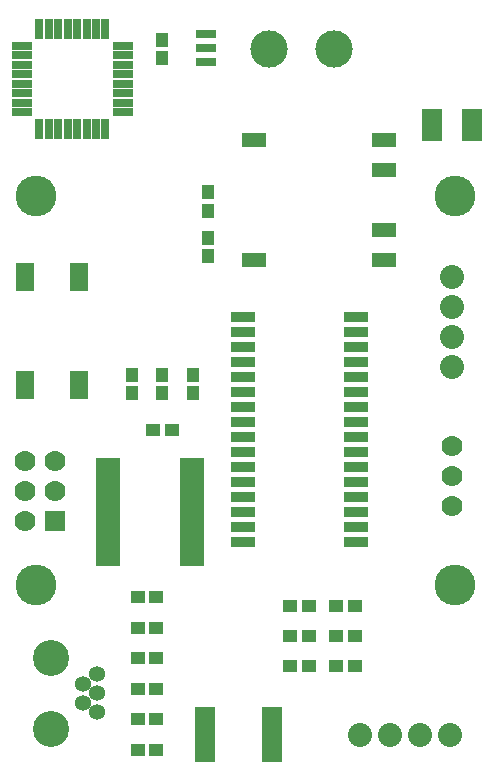
<source format=gts>
*
*
G04 PADS 9.3.1 Build Number: 456998 generated Gerber (RS-274-X) file*
G04 PC Version=2.1*
*
%IN "DriveFeedback.pcb"*%
*
%MOIN*%
*
%FSLAX35Y35*%
*
*
*
*
G04 PC Standard Apertures*
*
*
G04 Thermal Relief Aperture macro.*
%AMTER*
1,1,$1,0,0*
1,0,$1-$2,0,0*
21,0,$3,$4,0,0,45*
21,0,$3,$4,0,0,135*
%
*
*
G04 Annular Aperture macro.*
%AMANN*
1,1,$1,0,0*
1,0,$2,0,0*
%
*
*
G04 Odd Aperture macro.*
%AMODD*
1,1,$1,0,0*
1,0,$1-0.005,0,0*
%
*
*
G04 PC Custom Aperture Macros*
*
*
*
*
*
*
G04 PC Aperture Table*
*
%ADD010C,0.001*%
%ADD042R,0.048X0.04*%
%ADD048R,0.04X0.048*%
%ADD051C,0.07*%
%ADD053R,0.07X0.07*%
%ADD054R,0.06118X0.09268*%
%ADD059R,0.08087X0.02772*%
%ADD163R,0.06906X0.03165*%
%ADD164R,0.03165X0.06906*%
%ADD178C,0.05331*%
%ADD179C,0.12024*%
%ADD184C,0.12417*%
%ADD195R,0.06512X0.02575*%
%ADD196R,0.08087X0.04937*%
%ADD197R,0.07X0.11*%
%ADD198C,0.08*%
%ADD199C,0.13598*%
%ADD200R,0.08087X0.03362*%
%ADD201R,0.06709X0.02575*%
*
*
*
*
G04 PC Circuitry*
G04 Layer Name DriveFeedback.pcb - circuitry*
%LPD*%
*
*
G04 PC Custom Flashes*
G04 Layer Name DriveFeedback.pcb - flashes*
%LPD*%
*
*
G04 PC Circuitry*
G04 Layer Name DriveFeedback.pcb - circuitry*
%LPD*%
*
G54D10*
G54D42*
G01X119950Y48189D03*
X113750D03*
X47687Y10157D03*
X53887D03*
Y20315D03*
X47687D03*
X58966Y116811D03*
X52766D03*
X119950Y38228D03*
X113750D03*
X98514Y48189D03*
X104714D03*
X98514Y38228D03*
X104714D03*
X53887Y50787D03*
X47687D03*
X53887Y40630D03*
X47687D03*
X53887Y30472D03*
X47687D03*
X53887Y60945D03*
X47687D03*
X113750Y57953D03*
X119950D03*
X98514D03*
X104714D03*
G54D48*
X55866Y246880D03*
Y240680D03*
X45709Y135147D03*
Y128947D03*
X55866Y135147D03*
Y128947D03*
X66024Y135147D03*
Y128947D03*
X71102Y189892D03*
Y196092D03*
Y174656D03*
Y180856D03*
G54D51*
X10157Y106339D03*
X20157D03*
X10157Y96339D03*
X20157D03*
X10157Y86339D03*
X152362Y91417D03*
Y101417D03*
Y111417D03*
G54D53*
X20157Y86339D03*
G54D54*
X27953Y131772D03*
Y167598D03*
X10157Y131772D03*
Y167598D03*
G54D59*
X65630Y72815D03*
Y75374D03*
Y77933D03*
Y80492D03*
Y83051D03*
Y85610D03*
Y88169D03*
Y90728D03*
Y93287D03*
Y95846D03*
Y98406D03*
Y100965D03*
Y103524D03*
Y106083D03*
X37677D03*
Y103524D03*
Y100965D03*
Y98406D03*
Y95846D03*
Y93287D03*
Y90728D03*
Y88169D03*
Y85610D03*
Y83051D03*
Y80492D03*
Y77933D03*
Y75374D03*
Y72815D03*
G54D163*
X42598Y222756D03*
Y225906D03*
Y229055D03*
Y232205D03*
Y235354D03*
Y238504D03*
Y241654D03*
Y244803D03*
X9134D03*
Y241654D03*
Y238504D03*
Y235354D03*
Y232205D03*
Y229055D03*
Y225906D03*
Y222756D03*
G54D164*
X36890Y250512D03*
X33740D03*
X30591D03*
X27441D03*
X24291D03*
X21142D03*
X17992D03*
X14843D03*
Y217047D03*
X17992D03*
X21142D03*
X24291D03*
X27441D03*
X30591D03*
X33740D03*
X36890D03*
G54D178*
X34016Y35276D03*
X29291Y32126D03*
X34016Y28976D03*
X29291Y25827D03*
X34016Y22677D03*
G54D179*
X18858Y17165D03*
Y40787D03*
G54D184*
X91417Y243780D03*
X113071D03*
G54D195*
X70354Y248740D03*
Y244016D03*
Y239291D03*
G54D196*
X86339Y213307D03*
Y173307D03*
X129724Y213307D03*
Y203307D03*
Y183307D03*
Y173307D03*
G54D197*
X159112Y218386D03*
X145612D03*
G54D198*
X152362Y167598D03*
Y157598D03*
Y147598D03*
Y137598D03*
X121890Y15236D03*
X131890D03*
X141890D03*
X151890D03*
G54D199*
X13780Y64961D03*
Y194882D03*
X153543D03*
Y64961D03*
G54D200*
X120472Y79311D03*
Y84311D03*
Y89311D03*
Y94311D03*
Y99311D03*
Y104311D03*
Y109311D03*
Y114311D03*
Y119311D03*
Y124311D03*
Y129311D03*
Y134311D03*
Y139311D03*
Y144311D03*
Y149311D03*
Y154311D03*
X82677D03*
Y149311D03*
Y144311D03*
Y139311D03*
Y134311D03*
Y129311D03*
Y124311D03*
Y119311D03*
Y114311D03*
Y109311D03*
Y104311D03*
Y99311D03*
Y94311D03*
Y89311D03*
Y84311D03*
Y79311D03*
G54D201*
X69941Y22913D03*
Y20354D03*
Y17795D03*
Y15236D03*
Y12677D03*
Y10118D03*
Y7559D03*
X92579D03*
Y10118D03*
Y12677D03*
Y15236D03*
Y17795D03*
Y20354D03*
Y22913D03*
X0Y0D02*
M02*

</source>
